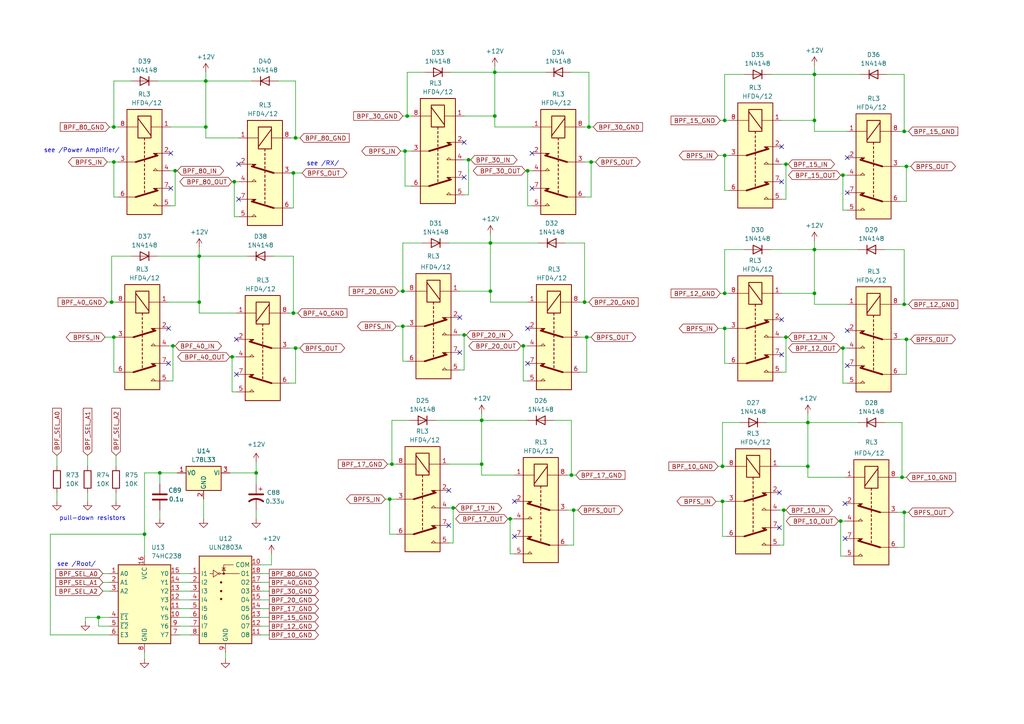
<source format=kicad_sch>
(kicad_sch (version 20230121) (generator eeschema)
  (paper "A4")
  (lib_symbols
    (symbol "74xx:74HC238"
      (property "Reference" "U" (at -7.62 13.97 0))
      (property "Value" "74HC238" (at 2.54 -11.43 0))
      (symbol "74HC238_1_1"
        (pin input line (at -10.16 10.16 0) (length 2.54) (name "A0") (number "1"))
        (pin output line (at 10.16 -2.54 180) (length 2.54) (name "Y5") (number "10"))
        (pin output line (at 10.16 0 180) (length 2.54) (name "Y4") (number "11"))
        (pin output line (at 10.16 2.54 180) (length 2.54) (name "Y3") (number "12"))
        (pin output line (at 10.16 5.08 180) (length 2.54) (name "Y2") (number "13"))
        (pin output line (at 10.16 7.62 180) (length 2.54) (name "Y1") (number "14"))
        (pin output line (at 10.16 10.16 180) (length 2.54) (name "Y0") (number "15"))
        (pin power_in line (at 0 15.24 270) (length 2.54) (name "VCC") (number "16"))
        (pin input line (at -10.16 7.62 0) (length 2.54) (name "A1") (number "2"))
        (pin input line (at -10.16 5.08 0) (length 2.54) (name "A2") (number "3"))
        (pin input line (at -10.16 -2.54 0) (length 2.54) (name "~{E1}") (number "4"))
        (pin input line (at -10.16 -5.08 0) (length 2.54) (name "~{E2}") (number "5"))
        (pin input line (at -10.16 -7.62 0) (length 2.54) (name "E3") (number "6"))
        (pin output line (at 10.16 -7.62 180) (length 2.54) (name "Y7") (number "7"))
        (pin power_in line (at 0 -12.7 90) (length 2.54) (name "GND") (number "8"))
        (pin output line (at 10.16 -5.08 180) (length 2.54) (name "Y6") (number "9"))
      )
    )
    (symbol "Device:C" (pin_numbers hide) (pin_names (offset 0.254))
      (property "Reference" "C" (at 0.635 2.54 0))
      (property "Value" "C" (at 0.635 -2.54 0))
      (symbol "C_1_1"
        (pin passive line (at 0 3.81 270) (length 2.794) (name "~") (number "1"))
        (pin passive line (at 0 -3.81 90) (length 2.794) (name "~") (number "2"))
      )
    )
    (symbol "Device:C_Polarized_US" (pin_numbers hide) (pin_names (offset 0.254) hide)
      (property "Reference" "C" (at 0.635 2.54 0))
      (property "Value" "C_Polarized_US" (at 0.635 -2.54 0))
      (symbol "C_Polarized_US_1_1"
        (pin passive line (at 0 3.81 270) (length 2.794) (name "~") (number "1"))
        (pin passive line (at 0 -3.81 90) (length 3.302) (name "~") (number "2"))
      )
    )
    (symbol "Device:R" (pin_numbers hide) (pin_names (offset 0))
      (property "Reference" "R" (at 2.032 0 90))
      (property "Value" "R" (at 0 0 90))
      (symbol "R_1_1"
        (pin passive line (at 0 3.81 270) (length 1.27) (name "~") (number "1"))
        (pin passive line (at 0 -3.81 90) (length 1.27) (name "~") (number "2"))
      )
    )
    (symbol "Diode:1N4148" (pin_numbers hide) (pin_names hide)
      (property "Reference" "D" (at 0 2.54 0))
      (property "Value" "1N4148" (at 0 -2.54 0))
      (symbol "1N4148_1_1"
        (pin passive line (at -3.81 0 0) (length 2.54) (name "K") (number "1"))
        (pin passive line (at 3.81 0 180) (length 2.54) (name "A") (number "2"))
      )
    )
    (symbol "Regulator_Linear:L78L33_TO92" (pin_names (offset 0.254))
      (property "Reference" "U" (at -3.81 3.175 0))
      (property "Value" "L78L33_TO92" (at 0 3.175 0))
      (symbol "L78L33_TO92_1_1"
        (pin power_out line (at 7.62 0 180) (length 2.54) (name "VO") (number "1"))
        (pin power_in line (at 0 -7.62 90) (length 2.54) (name "GND") (number "2"))
        (pin power_in line (at -7.62 0 0) (length 2.54) (name "VI") (number "3"))
      )
    )
    (symbol "Relay:G2RL-2-ASI-DC5"
      (property "Reference" "RL" (at 16.51 3.81 0))
      (property "Value" "G2RL-2-ASI-DC5" (at 16.51 1.27 0))
      (symbol "G2RL-2-ASI-DC5_1_1"
        (pin passive line (at -10.16 7.62 270) (length 2.54) (name "~") (number "1"))
        (pin passive line (at -2.54 7.62 270) (length 2.54) (name "~") (number "2"))
        (pin passive line (at 0 -7.62 90) (length 2.54) (name "~") (number "3"))
        (pin passive line (at 2.54 7.62 270) (length 2.54) (name "~") (number "4"))
        (pin passive line (at 12.7 7.62 270) (length 2.54) (name "~") (number "5"))
        (pin passive line (at 10.16 -7.62 90) (length 2.54) (name "~") (number "6"))
        (pin passive line (at 7.62 7.62 270) (length 2.54) (name "~") (number "7"))
        (pin passive line (at -10.16 -7.62 90) (length 2.54) (name "~") (number "8"))
      )
    )
    (symbol "Transistor_Array:ULN2803A"
      (property "Reference" "U" (at 0 13.335 0))
      (property "Value" "ULN2803A" (at 0 11.43 0))
      (symbol "ULN2803A_1_1"
        (pin input line (at -10.16 5.08 0) (length 2.54) (name "I1") (number "1"))
        (pin passive line (at 10.16 7.62 180) (length 2.54) (name "COM") (number "10"))
        (pin open_collector line (at 10.16 -12.7 180) (length 2.54) (name "O8") (number "11"))
        (pin open_collector line (at 10.16 -10.16 180) (length 2.54) (name "O7") (number "12"))
        (pin open_collector line (at 10.16 -7.62 180) (length 2.54) (name "O6") (number "13"))
        (pin open_collector line (at 10.16 -5.08 180) (length 2.54) (name "O5") (number "14"))
        (pin open_collector line (at 10.16 -2.54 180) (length 2.54) (name "O4") (number "15"))
        (pin open_collector line (at 10.16 0 180) (length 2.54) (name "O3") (number "16"))
        (pin open_collector line (at 10.16 2.54 180) (length 2.54) (name "O2") (number "17"))
        (pin open_collector line (at 10.16 5.08 180) (length 2.54) (name "O1") (number "18"))
        (pin input line (at -10.16 2.54 0) (length 2.54) (name "I2") (number "2"))
        (pin input line (at -10.16 0 0) (length 2.54) (name "I3") (number "3"))
        (pin input line (at -10.16 -2.54 0) (length 2.54) (name "I4") (number "4"))
        (pin input line (at -10.16 -5.08 0) (length 2.54) (name "I5") (number "5"))
        (pin input line (at -10.16 -7.62 0) (length 2.54) (name "I6") (number "6"))
        (pin input line (at -10.16 -10.16 0) (length 2.54) (name "I7") (number "7"))
        (pin input line (at -10.16 -12.7 0) (length 2.54) (name "I8") (number "8"))
        (pin power_in line (at 0 -17.78 90) (length 2.54) (name "GND") (number "9"))
      )
    )
    (symbol "power:+12V" (power) (pin_names (offset 0))
      (property "Value" "+12V" (at 0 3.556 0))
      (symbol "+12V_1_1"
        (pin power_in line (at 0 0 90) (length 0) hide (name "+12V") (number "1"))
      )
    )
    (symbol "power:GND" (power) (pin_names (offset 0))
      (property "Value" "GND" (at 0 -3.81 0))
      (symbol "GND_1_1"
        (pin power_in line (at 0 0 270) (length 0) hide (name "GND") (number "1"))
      )
    )
  )
  (junction (at 142.24 84.455))
  (junction (at 131.445 147.32))
  (junction (at 147.955 150.495))
  (junction (at 170.815 36.83))
  (junction (at 262.255 88.265))
  (junction (at 113.665 134.62))
  (junction (at 236.22 72.39))
  (junction (at 227.965 97.79))
  (junction (at 139.7 134.62))
  (junction (at 135.89 46.355))
  (junction (at 50.165 100.33))
  (junction (at 151.765 100.33))
  (junction (at 85.725 100.965))
  (junction (at 134.62 97.155))
  (junction (at 143.51 20.955))
  (junction (at 153.035 49.53))
  (junction (at 262.255 148.59))
  (junction (at 117.475 43.815))
  (junction (at 116.84 84.455))
  (junction (at 57.785 74.295))
  (junction (at 142.24 70.485))
  (junction (at 262.89 98.425))
  (junction (at 33.02 97.79))
  (junction (at 170.18 97.79))
  (junction (at 234.315 135.255))
  (junction (at 67.945 52.705))
  (junction (at 46.355 137.16))
  (junction (at 116.84 94.615))
  (junction (at 85.09 50.165))
  (junction (at 166.37 147.955))
  (junction (at 41.91 154.94))
  (junction (at 234.315 122.555))
  (junction (at 59.69 23.495))
  (junction (at 262.89 48.26))
  (junction (at 118.11 33.655))
  (junction (at 165.735 137.795))
  (junction (at 261.62 138.43))
  (junction (at 262.255 38.1))
  (junction (at 227.33 147.955))
  (junction (at 32.385 87.63))
  (junction (at 236.22 85.09))
  (junction (at 85.09 90.805))
  (junction (at 33.02 46.99))
  (junction (at 209.55 145.415))
  (junction (at 67.31 103.505))
  (junction (at 33.02 36.83))
  (junction (at 28.575 179.07))
  (junction (at 50.8 49.53))
  (junction (at 171.45 46.99))
  (junction (at 169.545 87.63))
  (junction (at 210.185 45.085))
  (junction (at 143.51 33.655))
  (junction (at 243.84 151.13))
  (junction (at 209.55 135.255))
  (junction (at 113.03 144.78))
  (junction (at 227.965 47.625))
  (junction (at 57.785 87.63))
  (junction (at 210.185 95.25))
  (junction (at 74.295 137.16))
  (junction (at 236.22 34.925))
  (junction (at 139.7 121.92))
  (junction (at 236.22 21.59))
  (junction (at 59.69 36.83))
  (junction (at 210.185 34.925))
  (junction (at 244.475 50.8))
  (junction (at 85.725 40.005))
  (junction (at 210.185 85.09))
  (junction (at 244.475 100.965))
  (no_connect (at 133.35 102.235))
  (no_connect (at 68.58 108.585))
  (no_connect (at 134.62 51.435))
  (no_connect (at 226.695 102.87))
  (no_connect (at 154.305 44.45))
  (no_connect (at 245.745 55.88))
  (no_connect (at 69.215 57.785))
  (no_connect (at 134.62 41.275))
  (no_connect (at 49.53 44.45))
  (no_connect (at 245.745 106.045))
  (no_connect (at 226.06 153.035))
  (no_connect (at 226.06 142.875))
  (no_connect (at 153.035 105.41))
  (no_connect (at 130.175 152.4))
  (no_connect (at 153.035 95.25))
  (no_connect (at 154.305 54.61))
  (no_connect (at 69.215 47.625))
  (no_connect (at 226.695 92.71))
  (no_connect (at 149.225 155.575))
  (no_connect (at 245.11 156.21))
  (no_connect (at 130.175 142.24))
  (no_connect (at 226.695 52.705))
  (no_connect (at 133.35 92.075))
  (no_connect (at 149.225 145.415))
  (no_connect (at 48.895 95.25))
  (no_connect (at 245.745 45.72))
  (no_connect (at 68.58 98.425))
  (no_connect (at 245.745 95.885))
  (no_connect (at 245.11 146.05))
  (no_connect (at 49.53 54.61))
  (no_connect (at 48.895 105.41))
  (no_connect (at 226.695 42.545))
  (wire (pts (xy 234.315 138.43) (xy 245.11 138.43)))
  (wire (pts (xy 143.51 33.655) (xy 143.51 36.83)))
  (wire (pts (xy 263.525 148.59) (xy 262.255 148.59)))
  (wire (pts (xy 51.435 137.16) (xy 46.355 137.16)))
  (wire (pts (xy 139.7 121.92) (xy 153.035 121.92)))
  (wire (pts (xy 169.545 87.63) (xy 168.275 87.63)))
  (wire (pts (xy 134.62 56.515) (xy 135.89 56.515)))
  (wire (pts (xy 75.565 163.83) (xy 78.74 163.83)))
  (wire (pts (xy 227.965 47.625) (xy 228.6 47.625)))
  (wire (pts (xy 209.55 155.575) (xy 209.55 145.415)))
  (wire (pts (xy 261.62 138.43) (xy 260.35 138.43)))
  (wire (pts (xy 207.645 145.415) (xy 209.55 145.415)))
  (wire (pts (xy 264.16 48.26) (xy 262.89 48.26)))
  (wire (pts (xy 164.465 158.115) (xy 166.37 158.115)))
  (wire (pts (xy 48.895 100.33) (xy 50.165 100.33)))
  (wire (pts (xy 41.91 154.94) (xy 41.91 161.29)))
  (wire (pts (xy 227.33 158.115) (xy 227.33 147.955)))
  (wire (pts (xy 57.785 74.295) (xy 57.785 87.63)))
  (wire (pts (xy 75.565 168.91) (xy 78.105 168.91)))
  (wire (pts (xy 46.355 147.955) (xy 46.355 150.495)))
  (wire (pts (xy 25.4 142.875) (xy 25.4 145.415)))
  (wire (pts (xy 227.965 97.79) (xy 228.6 97.79)))
  (wire (pts (xy 118.11 20.955) (xy 118.11 33.655)))
  (wire (pts (xy 262.89 108.585) (xy 262.89 98.425)))
  (wire (pts (xy 116.84 70.485) (xy 116.84 84.455)))
  (wire (pts (xy 243.84 151.13) (xy 243.205 151.13)))
  (wire (pts (xy 226.695 107.95) (xy 227.965 107.95)))
  (wire (pts (xy 86.995 40.005) (xy 85.725 40.005)))
  (wire (pts (xy 33.02 97.79) (xy 33.655 97.79)))
  (wire (pts (xy 245.745 111.125) (xy 244.475 111.125)))
  (wire (pts (xy 33.02 107.95) (xy 33.02 97.79)))
  (wire (pts (xy 210.185 45.085) (xy 211.455 45.085)))
  (wire (pts (xy 57.785 90.805) (xy 68.58 90.805)))
  (wire (pts (xy 226.06 135.255) (xy 234.315 135.255)))
  (wire (pts (xy 31.75 184.15) (xy 14.605 184.15)))
  (wire (pts (xy 33.02 36.83) (xy 34.29 36.83)))
  (wire (pts (xy 85.725 23.495) (xy 85.725 40.005)))
  (wire (pts (xy 215.9 21.59) (xy 210.185 21.59)))
  (wire (pts (xy 33.02 46.99) (xy 34.29 46.99)))
  (wire (pts (xy 116.84 104.775) (xy 116.84 94.615)))
  (wire (pts (xy 48.895 87.63) (xy 57.785 87.63)))
  (wire (pts (xy 245.11 161.29) (xy 243.84 161.29)))
  (wire (pts (xy 264.16 98.425) (xy 262.89 98.425)))
  (wire (pts (xy 75.565 171.45) (xy 78.105 171.45)))
  (wire (pts (xy 135.89 46.355) (xy 136.525 46.355)))
  (wire (pts (xy 87.63 50.165) (xy 85.09 50.165)))
  (wire (pts (xy 210.185 95.25) (xy 210.185 105.41)))
  (wire (pts (xy 147.955 150.495) (xy 147.32 150.495)))
  (wire (pts (xy 49.53 59.69) (xy 50.8 59.69)))
  (wire (pts (xy 113.665 134.62) (xy 114.935 134.62)))
  (wire (pts (xy 83.82 111.125) (xy 85.725 111.125)))
  (wire (pts (xy 262.89 138.43) (xy 261.62 138.43)))
  (wire (pts (xy 69.215 62.865) (xy 67.945 62.865)))
  (wire (pts (xy 114.935 154.94) (xy 113.03 154.94)))
  (wire (pts (xy 85.09 50.165) (xy 84.455 50.165)))
  (wire (pts (xy 208.28 45.085) (xy 210.185 45.085)))
  (wire (pts (xy 41.91 137.16) (xy 41.91 154.94)))
  (wire (pts (xy 50.8 49.53) (xy 51.435 49.53)))
  (wire (pts (xy 52.07 173.99) (xy 55.245 173.99)))
  (wire (pts (xy 29.845 171.45) (xy 31.75 171.45)))
  (wire (pts (xy 153.035 100.33) (xy 151.765 100.33)))
  (wire (pts (xy 75.565 181.61) (xy 78.105 181.61)))
  (wire (pts (xy 50.8 59.69) (xy 50.8 49.53)))
  (wire (pts (xy 245.745 50.8) (xy 244.475 50.8)))
  (wire (pts (xy 210.82 155.575) (xy 209.55 155.575)))
  (wire (pts (xy 166.37 158.115) (xy 166.37 147.955)))
  (wire (pts (xy 139.7 137.795) (xy 149.225 137.795)))
  (wire (pts (xy 170.815 87.63) (xy 169.545 87.63)))
  (wire (pts (xy 226.695 47.625) (xy 227.965 47.625)))
  (wire (pts (xy 170.18 97.79) (xy 170.18 107.95)))
  (wire (pts (xy 262.255 158.75) (xy 262.255 148.59)))
  (wire (pts (xy 208.28 95.25) (xy 210.185 95.25)))
  (wire (pts (xy 262.255 88.265) (xy 260.985 88.265)))
  (wire (pts (xy 257.175 21.59) (xy 262.255 21.59)))
  (wire (pts (xy 171.45 97.79) (xy 170.18 97.79)))
  (wire (pts (xy 67.945 62.865) (xy 67.945 52.705)))
  (wire (pts (xy 163.83 70.485) (xy 169.545 70.485)))
  (wire (pts (xy 112.395 134.62) (xy 113.665 134.62)))
  (wire (pts (xy 133.35 107.315) (xy 134.62 107.315)))
  (wire (pts (xy 223.52 72.39) (xy 236.22 72.39)))
  (wire (pts (xy 234.315 138.43) (xy 234.315 135.255)))
  (wire (pts (xy 151.765 100.33) (xy 151.13 100.33)))
  (wire (pts (xy 33.655 142.875) (xy 33.655 145.415)))
  (wire (pts (xy 113.665 121.92) (xy 113.665 134.62)))
  (wire (pts (xy 142.24 67.945) (xy 142.24 70.485)))
  (wire (pts (xy 171.45 46.99) (xy 171.45 57.15)))
  (wire (pts (xy 113.03 144.78) (xy 114.935 144.78)))
  (wire (pts (xy 261.62 122.555) (xy 261.62 138.43)))
  (wire (pts (xy 211.455 55.245) (xy 210.185 55.245)))
  (wire (pts (xy 262.89 98.425) (xy 260.985 98.425)))
  (wire (pts (xy 122.555 70.485) (xy 116.84 70.485)))
  (wire (pts (xy 226.06 147.955) (xy 227.33 147.955)))
  (wire (pts (xy 134.62 97.155) (xy 135.255 97.155)))
  (wire (pts (xy 74.295 147.955) (xy 74.295 150.495)))
  (wire (pts (xy 59.69 23.495) (xy 59.69 36.83)))
  (wire (pts (xy 226.695 57.785) (xy 227.965 57.785)))
  (wire (pts (xy 131.445 147.32) (xy 132.08 147.32)))
  (wire (pts (xy 227.965 57.785) (xy 227.965 47.625)))
  (wire (pts (xy 79.375 74.295) (xy 85.09 74.295)))
  (wire (pts (xy 30.48 97.79) (xy 33.02 97.79)))
  (wire (pts (xy 133.35 84.455) (xy 142.24 84.455)))
  (wire (pts (xy 45.72 74.295) (xy 57.785 74.295)))
  (wire (pts (xy 52.07 179.07) (xy 55.245 179.07)))
  (wire (pts (xy 260.985 58.42) (xy 262.89 58.42)))
  (wire (pts (xy 118.745 121.92) (xy 113.665 121.92)))
  (wire (pts (xy 214.63 122.555) (xy 209.55 122.555)))
  (wire (pts (xy 209.55 122.555) (xy 209.55 135.255)))
  (wire (pts (xy 208.915 34.925) (xy 210.185 34.925)))
  (wire (pts (xy 249.555 21.59) (xy 236.22 21.59)))
  (wire (pts (xy 49.53 49.53) (xy 50.8 49.53)))
  (wire (pts (xy 85.09 50.165) (xy 85.09 60.325)))
  (wire (pts (xy 210.185 95.25) (xy 211.455 95.25)))
  (wire (pts (xy 50.165 110.49) (xy 50.165 100.33)))
  (wire (pts (xy 52.07 171.45) (xy 55.245 171.45)))
  (wire (pts (xy 244.475 60.96) (xy 244.475 50.8)))
  (wire (pts (xy 45.72 23.495) (xy 59.69 23.495)))
  (wire (pts (xy 116.205 43.815) (xy 117.475 43.815)))
  (wire (pts (xy 209.55 135.255) (xy 210.82 135.255)))
  (wire (pts (xy 222.25 122.555) (xy 234.315 122.555)))
  (wire (pts (xy 142.24 70.485) (xy 156.21 70.485)))
  (wire (pts (xy 38.1 74.295) (xy 32.385 74.295)))
  (wire (pts (xy 65.405 189.23) (xy 65.405 191.135)))
  (wire (pts (xy 170.815 20.955) (xy 170.815 36.83)))
  (wire (pts (xy 130.175 70.485) (xy 142.24 70.485)))
  (wire (pts (xy 80.645 23.495) (xy 85.725 23.495)))
  (wire (pts (xy 130.175 134.62) (xy 139.7 134.62)))
  (wire (pts (xy 75.565 173.99) (xy 78.105 173.99)))
  (wire (pts (xy 111.76 144.78) (xy 113.03 144.78)))
  (wire (pts (xy 245.745 60.96) (xy 244.475 60.96)))
  (wire (pts (xy 154.305 59.69) (xy 153.035 59.69)))
  (wire (pts (xy 210.185 34.925) (xy 211.455 34.925)))
  (wire (pts (xy 49.53 36.83) (xy 59.69 36.83)))
  (wire (pts (xy 117.475 53.975) (xy 117.475 43.815)))
  (wire (pts (xy 170.18 97.79) (xy 168.275 97.79)))
  (wire (pts (xy 236.22 38.1) (xy 245.745 38.1)))
  (wire (pts (xy 74.295 137.16) (xy 66.675 137.16)))
  (wire (pts (xy 154.305 36.83) (xy 143.51 36.83)))
  (wire (pts (xy 142.24 70.485) (xy 142.24 84.455)))
  (wire (pts (xy 208.28 135.255) (xy 209.55 135.255)))
  (wire (pts (xy 130.175 157.48) (xy 131.445 157.48)))
  (wire (pts (xy 143.51 20.955) (xy 158.115 20.955)))
  (wire (pts (xy 142.24 87.63) (xy 153.035 87.63)))
  (wire (pts (xy 52.07 166.37) (xy 55.245 166.37)))
  (wire (pts (xy 33.02 46.99) (xy 33.02 57.15)))
  (wire (pts (xy 142.24 87.63) (xy 142.24 84.455)))
  (wire (pts (xy 24.765 180.34) (xy 24.765 179.07)))
  (wire (pts (xy 14.605 184.15) (xy 14.605 154.94)))
  (wire (pts (xy 16.51 132.08) (xy 16.51 135.255)))
  (wire (pts (xy 52.07 176.53) (xy 55.245 176.53)))
  (wire (pts (xy 223.52 21.59) (xy 236.22 21.59)))
  (wire (pts (xy 244.475 100.965) (xy 243.84 100.965)))
  (wire (pts (xy 86.995 100.965) (xy 85.725 100.965)))
  (wire (pts (xy 153.035 49.53) (xy 152.4 49.53)))
  (wire (pts (xy 130.81 20.955) (xy 143.51 20.955)))
  (wire (pts (xy 28.575 181.61) (xy 28.575 179.07)))
  (wire (pts (xy 226.695 34.925) (xy 236.22 34.925)))
  (wire (pts (xy 210.185 55.245) (xy 210.185 45.085)))
  (wire (pts (xy 134.62 107.315) (xy 134.62 97.155)))
  (wire (pts (xy 57.785 74.295) (xy 71.755 74.295)))
  (wire (pts (xy 34.29 57.15) (xy 33.02 57.15)))
  (wire (pts (xy 143.51 20.955) (xy 143.51 33.655)))
  (wire (pts (xy 78.74 163.83) (xy 78.74 160.655)))
  (wire (pts (xy 244.475 50.8) (xy 243.84 50.8)))
  (wire (pts (xy 33.655 132.08) (xy 33.655 135.255)))
  (wire (pts (xy 234.315 122.555) (xy 248.92 122.555)))
  (wire (pts (xy 85.09 90.805) (xy 83.82 90.805)))
  (wire (pts (xy 262.255 148.59) (xy 260.35 148.59)))
  (wire (pts (xy 151.765 110.49) (xy 151.765 100.33)))
  (wire (pts (xy 211.455 105.41) (xy 210.185 105.41)))
  (wire (pts (xy 59.69 36.83) (xy 59.69 40.005)))
  (wire (pts (xy 85.725 100.965) (xy 83.82 100.965)))
  (wire (pts (xy 236.22 72.39) (xy 248.92 72.39)))
  (wire (pts (xy 226.695 85.09) (xy 236.22 85.09)))
  (wire (pts (xy 32.385 74.295) (xy 32.385 87.63)))
  (wire (pts (xy 236.22 88.265) (xy 245.745 88.265)))
  (wire (pts (xy 236.22 72.39) (xy 236.22 85.09)))
  (wire (pts (xy 139.7 137.795) (xy 139.7 134.62)))
  (wire (pts (xy 172.085 36.83) (xy 170.815 36.83)))
  (wire (pts (xy 114.935 94.615) (xy 116.84 94.615)))
  (wire (pts (xy 31.115 46.99) (xy 33.02 46.99)))
  (wire (pts (xy 68.58 113.665) (xy 67.31 113.665)))
  (wire (pts (xy 171.45 46.99) (xy 169.545 46.99)))
  (wire (pts (xy 143.51 19.304) (xy 143.51 20.955)))
  (wire (pts (xy 169.545 57.15) (xy 171.45 57.15)))
  (wire (pts (xy 86.36 90.805) (xy 85.09 90.805)))
  (wire (pts (xy 134.62 46.355) (xy 135.89 46.355)))
  (wire (pts (xy 52.07 181.61) (xy 55.245 181.61)))
  (wire (pts (xy 210.185 21.59) (xy 210.185 34.925)))
  (wire (pts (xy 236.22 21.59) (xy 236.22 34.925)))
  (wire (pts (xy 209.55 145.415) (xy 210.82 145.415)))
  (wire (pts (xy 75.565 176.53) (xy 78.105 176.53)))
  (wire (pts (xy 166.37 147.955) (xy 164.465 147.955)))
  (wire (pts (xy 16.51 142.875) (xy 16.51 145.415)))
  (wire (pts (xy 118.11 33.655) (xy 119.38 33.655)))
  (wire (pts (xy 167.005 137.795) (xy 165.735 137.795)))
  (wire (pts (xy 33.02 23.495) (xy 33.02 36.83)))
  (wire (pts (xy 256.54 122.555) (xy 261.62 122.555)))
  (wire (pts (xy 24.765 179.07) (xy 28.575 179.07)))
  (wire (pts (xy 59.69 23.495) (xy 73.025 23.495)))
  (wire (pts (xy 38.1 23.495) (xy 33.02 23.495)))
  (wire (pts (xy 67.31 113.665) (xy 67.31 103.505)))
  (wire (pts (xy 172.72 46.99) (xy 171.45 46.99)))
  (wire (pts (xy 57.785 71.755) (xy 57.785 74.295)))
  (wire (pts (xy 236.22 69.85) (xy 236.22 72.39)))
  (wire (pts (xy 165.735 20.955) (xy 170.815 20.955)))
  (wire (pts (xy 85.725 40.005) (xy 84.455 40.005)))
  (wire (pts (xy 29.845 168.91) (xy 31.75 168.91)))
  (wire (pts (xy 29.845 166.37) (xy 31.75 166.37)))
  (wire (pts (xy 31.75 181.61) (xy 28.575 181.61)))
  (wire (pts (xy 169.545 70.485) (xy 169.545 87.63)))
  (wire (pts (xy 243.84 161.29) (xy 243.84 151.13)))
  (wire (pts (xy 115.57 84.455) (xy 116.84 84.455)))
  (wire (pts (xy 85.725 111.125) (xy 85.725 100.965)))
  (wire (pts (xy 126.365 121.92) (xy 139.7 121.92)))
  (wire (pts (xy 123.19 20.955) (xy 118.11 20.955)))
  (wire (pts (xy 117.475 43.815) (xy 119.38 43.815)))
  (wire (pts (xy 67.31 52.705) (xy 67.945 52.705)))
  (wire (pts (xy 170.815 36.83) (xy 169.545 36.83)))
  (wire (pts (xy 84.455 60.325) (xy 85.09 60.325)))
  (wire (pts (xy 263.525 88.265) (xy 262.255 88.265)))
  (wire (pts (xy 118.11 104.775) (xy 116.84 104.775)))
  (wire (pts (xy 41.91 137.16) (xy 46.355 137.16)))
  (wire (pts (xy 33.655 107.95) (xy 33.02 107.95)))
  (wire (pts (xy 74.295 133.985) (xy 74.295 137.16)))
  (wire (pts (xy 139.7 120.015) (xy 139.7 121.92)))
  (wire (pts (xy 244.475 111.125) (xy 244.475 100.965)))
  (wire (pts (xy 226.06 158.115) (xy 227.33 158.115)))
  (wire (pts (xy 160.655 121.92) (xy 165.735 121.92)))
  (wire (pts (xy 28.575 179.07) (xy 31.75 179.07)))
  (wire (pts (xy 227.965 107.95) (xy 227.965 97.79)))
  (wire (pts (xy 227.33 147.955) (xy 227.965 147.955)))
  (wire (pts (xy 208.915 85.09) (xy 210.185 85.09)))
  (wire (pts (xy 165.735 137.795) (xy 164.465 137.795)))
  (wire (pts (xy 236.22 19.05) (xy 236.22 21.59)))
  (wire (pts (xy 134.62 33.655) (xy 143.51 33.655)))
  (wire (pts (xy 75.565 184.15) (xy 78.105 184.15)))
  (wire (pts (xy 32.385 87.63) (xy 33.655 87.63)))
  (wire (pts (xy 168.275 107.95) (xy 170.18 107.95)))
  (wire (pts (xy 48.895 110.49) (xy 50.165 110.49)))
  (wire (pts (xy 262.255 21.59) (xy 262.255 38.1)))
  (wire (pts (xy 260.35 158.75) (xy 262.255 158.75)))
  (wire (pts (xy 263.525 38.1) (xy 262.255 38.1)))
  (wire (pts (xy 133.35 97.155) (xy 134.62 97.155)))
  (wire (pts (xy 262.255 38.1) (xy 260.985 38.1)))
  (wire (pts (xy 262.255 72.39) (xy 256.54 72.39)))
  (wire (pts (xy 31.115 87.63) (xy 32.385 87.63)))
  (wire (pts (xy 46.355 137.16) (xy 46.355 140.335)))
  (wire (pts (xy 52.07 168.91) (xy 55.245 168.91)))
  (wire (pts (xy 59.055 144.78) (xy 59.055 150.495)))
  (wire (pts (xy 153.035 110.49) (xy 151.765 110.49)))
  (wire (pts (xy 167.64 147.955) (xy 166.37 147.955)))
  (wire (pts (xy 68.58 103.505) (xy 67.31 103.505)))
  (wire (pts (xy 210.185 85.09) (xy 211.455 85.09)))
  (wire (pts (xy 41.91 189.23) (xy 41.91 191.135)))
  (wire (pts (xy 67.945 52.705) (xy 69.215 52.705)))
  (wire (pts (xy 262.255 88.265) (xy 262.255 72.39)))
  (wire (pts (xy 153.035 59.69) (xy 153.035 49.53)))
  (wire (pts (xy 135.89 56.515) (xy 135.89 46.355)))
  (wire (pts (xy 31.75 36.83) (xy 33.02 36.83)))
  (wire (pts (xy 262.89 58.42) (xy 262.89 48.26)))
  (wire (pts (xy 131.445 157.48) (xy 131.445 147.32)))
  (wire (pts (xy 52.07 184.15) (xy 55.245 184.15)))
  (wire (pts (xy 234.315 120.015) (xy 234.315 122.555)))
  (wire (pts (xy 262.89 48.26) (xy 260.985 48.26)))
  (wire (pts (xy 75.565 179.07) (xy 78.105 179.07)))
  (wire (pts (xy 245.745 100.965) (xy 244.475 100.965)))
  (wire (pts (xy 130.175 147.32) (xy 131.445 147.32)))
  (wire (pts (xy 236.22 38.1) (xy 236.22 34.925)))
  (wire (pts (xy 113.03 144.78) (xy 113.03 154.94)))
  (wire (pts (xy 59.69 40.005) (xy 69.215 40.005)))
  (wire (pts (xy 210.185 85.09) (xy 210.185 72.39)))
  (wire (pts (xy 149.225 150.495) (xy 147.955 150.495)))
  (wire (pts (xy 234.315 122.555) (xy 234.315 135.255)))
  (wire (pts (xy 67.31 103.505) (xy 66.675 103.505)))
  (wire (pts (xy 14.605 154.94) (xy 41.91 154.94)))
  (wire (pts (xy 74.295 137.16) (xy 74.295 140.335)))
  (wire (pts (xy 165.735 121.92) (xy 165.735 137.795)))
  (wire (pts (xy 57.785 87.63) (xy 57.785 90.805)))
  (wire (pts (xy 59.69 20.955) (xy 59.69 23.495)))
  (wire (pts (xy 25.4 132.08) (xy 25.4 135.255)))
  (wire (pts (xy 50.165 100.33) (xy 50.8 100.33)))
  (wire (pts (xy 116.84 84.455) (xy 118.11 84.455)))
  (wire (pts (xy 116.84 33.655) (xy 118.11 33.655)))
  (wire (pts (xy 154.305 49.53) (xy 153.035 49.53)))
  (wire (pts (xy 139.7 121.92) (xy 139.7 134.62)))
  (wire (pts (xy 75.565 166.37) (xy 78.105 166.37)))
  (wire (pts (xy 245.11 151.13) (xy 243.84 151.13)))
  (wire (pts (xy 226.695 97.79) (xy 227.965 97.79)))
  (wire (pts (xy 116.84 94.615) (xy 118.11 94.615)))
  (wire (pts (xy 236.22 88.265) (xy 236.22 85.09)))
  (wire (pts (xy 85.09 74.295) (xy 85.09 90.805)))
  (wire (pts (xy 210.185 72.39) (xy 215.9 72.39)))
  (wire (pts (xy 260.985 108.585) (xy 262.89 108.585)))
  (wire (pts (xy 149.225 160.655) (xy 147.955 160.655)))
  (wire (pts (xy 147.955 160.655) (xy 147.955 150.495)))
  (wire (pts (xy 119.38 53.975) (xy 117.475 53.975)))
  (text "pull-down resistors" (at 17.145 151.13 0) (effects (font (size 1.27 1.27)) (justify left bottom)))
  (text "see /Power Amplifier/" (at 12.7 44.45 0) (effects (font (size 1.27 1.27)) (justify left bottom)))
  (text "see /Root/" (at 16.51 164.465 0) (effects (font (size 1.27 1.27)) (justify left bottom)))
  (text "see /RX/" (at 88.9 48.26 0) (effects (font (size 1.27 1.27)) (justify left bottom)))
  (global_label "BPF_12_OUT" (shape bidirectional) (at 243.84 100.965 180) (property "Intersheetrefs" "${INTERSHEET_REFS}" (effects hide)))
  (global_label "BPF_15_OUT" (shape bidirectional) (at 243.84 50.8 180) (property "Intersheetrefs" "${INTERSHEET_REFS}" (effects hide)))
  (global_label "BPFS_IN" (shape bidirectional) (at 30.48 97.79 180) (property "Intersheetrefs" "${INTERSHEET_REFS}" (effects hide)))
  (global_label "BPFS_IN" (shape bidirectional) (at 207.645 145.415 180) (property "Intersheetrefs" "${INTERSHEET_REFS}" (effects hide)))
  (global_label "BPF_20_GND" (shape input) (at 170.815 87.63 0) (property "Intersheetrefs" "${INTERSHEET_REFS}" (effects hide)))
  (global_label "BPF_20_GND" (shape output) (at 78.105 173.99 0) (property "Intersheetrefs" "${INTERSHEET_REFS}" (effects hide)))
  (global_label "BPFS_OUT" (shape bidirectional) (at 263.525 148.59 0) (property "Intersheetrefs" "${INTERSHEET_REFS}" (effects hide)))
  (global_label "BPF_30_GND" (shape input) (at 116.84 33.655 180) (property "Intersheetrefs" "${INTERSHEET_REFS}" (effects hide)))
  (global_label "BPF_10_GND" (shape input) (at 262.89 138.43 0) (property "Intersheetrefs" "${INTERSHEET_REFS}" (effects hide)))
  (global_label "BPF_10_GND" (shape input) (at 208.28 135.255 180) (property "Intersheetrefs" "${INTERSHEET_REFS}" (effects hide)))
  (global_label "BPFS_OUT" (shape bidirectional) (at 264.16 48.26 0) (property "Intersheetrefs" "${INTERSHEET_REFS}" (effects hide)))
  (global_label "BPF_40_GND" (shape input) (at 86.36 90.805 0) (property "Intersheetrefs" "${INTERSHEET_REFS}" (effects hide)))
  (global_label "BPF_15_GND" (shape input) (at 208.915 34.925 180) (property "Intersheetrefs" "${INTERSHEET_REFS}" (effects hide)))
  (global_label "BPF_12_GND" (shape input) (at 208.915 85.09 180) (property "Intersheetrefs" "${INTERSHEET_REFS}" (effects hide)))
  (global_label "BPF_20_GND" (shape input) (at 115.57 84.455 180) (property "Intersheetrefs" "${INTERSHEET_REFS}" (effects hide)))
  (global_label "BPF_17_IN" (shape bidirectional) (at 132.08 147.32 0) (property "Intersheetrefs" "${INTERSHEET_REFS}" (effects hide)))
  (global_label "BPF_30_GND" (shape input) (at 172.085 36.83 0) (property "Intersheetrefs" "${INTERSHEET_REFS}" (effects hide)))
  (global_label "BPFS_OUT" (shape bidirectional) (at 264.16 98.425 0) (property "Intersheetrefs" "${INTERSHEET_REFS}" (effects hide)))
  (global_label "BPF_SEL_A1" (shape input) (at 25.4 132.08 90) (property "Intersheetrefs" "${INTERSHEET_REFS}" (effects hide)))
  (global_label "BPF_40_GND" (shape input) (at 31.115 87.63 180) (property "Intersheetrefs" "${INTERSHEET_REFS}" (effects hide)))
  (global_label "BPF_30_IN" (shape bidirectional) (at 136.525 46.355 0) (property "Intersheetrefs" "${INTERSHEET_REFS}" (effects hide)))
  (global_label "BPF_40_GND" (shape output) (at 78.105 168.91 0) (property "Intersheetrefs" "${INTERSHEET_REFS}" (effects hide)))
  (global_label "BPF_80_GND" (shape output) (at 78.105 166.37 0) (property "Intersheetrefs" "${INTERSHEET_REFS}" (effects hide)))
  (global_label "BPF_17_OUT" (shape bidirectional) (at 147.32 150.495 180) (property "Intersheetrefs" "${INTERSHEET_REFS}" (effects hide)))
  (global_label "BPFS_IN" (shape bidirectional) (at 31.115 46.99 180) (property "Intersheetrefs" "${INTERSHEET_REFS}" (effects hide)))
  (global_label "BPF_80_IN" (shape bidirectional) (at 51.435 49.53 0) (property "Intersheetrefs" "${INTERSHEET_REFS}" (effects hide)))
  (global_label "BPF_40_IN" (shape bidirectional) (at 50.8 100.33 0) (property "Intersheetrefs" "${INTERSHEET_REFS}" (effects hide)))
  (global_label "BPF_10_IN" (shape bidirectional) (at 227.965 147.955 0) (property "Intersheetrefs" "${INTERSHEET_REFS}" (effects hide)))
  (global_label "BPF_15_GND" (shape output) (at 78.105 179.07 0) (property "Intersheetrefs" "${INTERSHEET_REFS}" (effects hide)))
  (global_label "BPFS_IN" (shape bidirectional) (at 114.935 94.615 180) (property "Intersheetrefs" "${INTERSHEET_REFS}" (effects hide)))
  (global_label "BPF_80_OUT" (shape bidirectional) (at 67.31 52.705 180) (property "Intersheetrefs" "${INTERSHEET_REFS}" (effects hide)))
  (global_label "BPF_17_GND" (shape input) (at 112.395 134.62 180) (property "Intersheetrefs" "${INTERSHEET_REFS}" (effects hide)))
  (global_label "BPF_SEL_A0" (shape input) (at 16.51 132.08 90) (property "Intersheetrefs" "${INTERSHEET_REFS}" (effects hide)))
  (global_label "BPF_15_IN" (shape bidirectional) (at 228.6 47.625 0) (property "Intersheetrefs" "${INTERSHEET_REFS}" (effects hide)))
  (global_label "BPF_17_GND" (shape input) (at 167.005 137.795 0) (property "Intersheetrefs" "${INTERSHEET_REFS}" (effects hide)))
  (global_label "BPFS_IN" (shape bidirectional) (at 208.28 45.085 180) (property "Intersheetrefs" "${INTERSHEET_REFS}" (effects hide)))
  (global_label "BPFS_OUT" (shape bidirectional) (at 167.64 147.955 0) (property "Intersheetrefs" "${INTERSHEET_REFS}" (effects hide)))
  (global_label "BPF_SEL_A2" (shape input) (at 29.845 171.45 180) (property "Intersheetrefs" "${INTERSHEET_REFS}" (effects hide)))
  (global_label "BPF_40_OUT" (shape bidirectional) (at 66.675 103.505 180) (property "Intersheetrefs" "${INTERSHEET_REFS}" (effects hide)))
  (global_label "BPF_17_GND" (shape output) (at 78.105 176.53 0) (property "Intersheetrefs" "${INTERSHEET_REFS}" (effects hide)))
  (global_label "BPF_30_GND" (shape output) (at 78.105 171.45 0) (property "Intersheetrefs" "${INTERSHEET_REFS}" (effects hide)))
  (global_label "BPF_10_OUT" (shape bidirectional) (at 243.205 151.13 180) (property "Intersheetrefs" "${INTERSHEET_REFS}" (effects hide)))
  (global_label "BPF_20_OUT" (shape bidirectional) (at 151.13 100.33 180) (property "Intersheetrefs" "${INTERSHEET_REFS}" (effects hide)))
  (global_label "BPFS_OUT" (shape bidirectional) (at 171.45 97.79 0) (property "Intersheetrefs" "${INTERSHEET_REFS}" (effects hide)))
  (global_label "BPF_12_GND" (shape input) (at 263.525 88.265 0) (property "Intersheetrefs" "${INTERSHEET_REFS}" (effects hide)))
  (global_label "BPFS_OUT" (shape bidirectional) (at 172.72 46.99 0) (property "Intersheetrefs" "${INTERSHEET_REFS}" (effects hide)))
  (global_label "BPFS_OUT" (shape bidirectional) (at 86.995 100.965 0) (property "Intersheetrefs" "${INTERSHEET_REFS}" (effects hide)))
  (global_label "BPF_12_GND" (shape output) (at 78.105 181.61 0) (property "Intersheetrefs" "${INTERSHEET_REFS}" (effects hide)))
  (global_label "BPF_SEL_A0" (shape input) (at 29.845 166.37 180) (property "Intersheetrefs" "${INTERSHEET_REFS}" (effects hide)))
  (global_label "BPF_80_GND" (shape input) (at 86.995 40.005 0) (property "Intersheetrefs" "${INTERSHEET_REFS}" (effects hide)))
  (global_label "BPFS_IN" (shape bidirectional) (at 111.76 144.78 180) (property "Intersheetrefs" "${INTERSHEET_REFS}" (effects hide)))
  (global_label "BPF_SEL_A2" (shape input) (at 33.655 132.08 90) (property "Intersheetrefs" "${INTERSHEET_REFS}" (effects hide)))
  (global_label "BPF_15_GND" (shape input) (at 263.525 38.1 0) (property "Intersheetrefs" "${INTERSHEET_REFS}" (effects hide)))
  (global_label "BPF_SEL_A1" (shape input) (at 29.845 168.91 180) (property "Intersheetrefs" "${INTERSHEET_REFS}" (effects hide)))
  (global_label "BPFS_IN" (shape bidirectional) (at 208.28 95.25 180) (property "Intersheetrefs" "${INTERSHEET_REFS}" (effects hide)))
  (global_label "BPFS_OUT" (shape bidirectional) (at 87.63 50.165 0) (property "Intersheetrefs" "${INTERSHEET_REFS}" (effects hide)))
  (global_label "BPF_12_IN" (shape bidirectional) (at 228.6 97.79 0) (property "Intersheetrefs" "${INTERSHEET_REFS}" (effects hide)))
  (global_label "BPF_20_IN" (shape bidirectional) (at 135.255 97.155 0) (property "Intersheetrefs" "${INTERSHEET_REFS}" (effects hide)))
  (global_label "BPF_80_GND" (shape input) (at 31.75 36.83 180) (property "Intersheetrefs" "${INTERSHEET_REFS}" (effects hide)))
  (global_label "BPF_10_GND" (shape output) (at 78.105 184.15 0) (property "Intersheetrefs" "${INTERSHEET_REFS}" (effects hide)))
  (global_label "BPF_30_OUT" (shape bidirectional) (at 152.4 49.53 180) (property "Intersheetrefs" "${INTERSHEET_REFS}" (effects hide)))
  (global_label "BPFS_IN" (shape bidirectional) (at 116.205 43.815 180) (property "Intersheetrefs" "${INTERSHEET_REFS}" (effects hide)))
  (symbol (lib_id "power:+12V") (at 143.51 19.304 0) (mirror y) (unit 1)
    (property "Reference" "#PWR0182" (effects hide))
    (property "Value" "+12V" (at 143.51 14.859 0))
  )
  (symbol (lib_id "power:+12V") (at 74.295 133.985 0) (mirror y) (unit 1)
    (property "Reference" "#PWR0192" (effects hide))
    (property "Value" "+12V" (at 74.295 128.905 0))
  )
  (symbol (lib_id "Relay:G2RL-2-ASI-DC5") (at 219.075 45.085 270) (unit 1)
    (property "Reference" "RL3" (at 217.17 25.4 90) (effects (justify left)))
    (property "Value" "HFD4/12" (at 215.265 27.94 90) (effects (justify left)))
    (property "Footprint" "Relay_THT:Relay_DPDT_Omron_G2RL" (effects hide))
    (property "Datasheet" "https://omronfs.omron.com/en_US/ecb/products/pdf/en-g2rl.pdf" (effects hide))
    (instances (project "hbr-mk2" (path "" (reference "RL3") (unit 1)) (path "" (reference "RL7") (unit 1)) (path "" (reference "RL9") (unit 1)) (path "" (reference "RL18") (unit 1))))
  )
  (symbol (lib_id "Relay:G2RL-2-ASI-DC5") (at 160.655 97.79 90) (mirror x) (unit 1)
    (property "Reference" "RL3" (at 162.56 78.105 90) (effects (justify left)))
    (property "Value" "HFD4/12" (at 164.465 80.645 90) (effects (justify left)))
    (property "Footprint" "Relay_THT:Relay_DPDT_Omron_G2RL" (effects hide))
    (property "Datasheet" "https://omronfs.omron.com/en_US/ecb/products/pdf/en-g2rl.pdf" (effects hide))
    (instances (project "hbr-mk2" (path "" (reference "RL3") (unit 1)) (path "" (reference "RL7") (unit 1)) (path "" (reference "RL9") (unit 1)) (path "" (reference "RL15") (unit 1))))
  )
  (symbol (lib_id "Relay:G2RL-2-ASI-DC5") (at 218.44 145.415 270) (unit 1)
    (property "Reference" "RL3" (at 216.535 125.73 90) (effects (justify left)))
    (property "Value" "HFD4/12" (at 214.63 128.27 90) (effects (justify left)))
    (property "Footprint" "Relay_THT:Relay_DPDT_Omron_G2RL" (effects hide))
    (property "Datasheet" "https://omronfs.omron.com/en_US/ecb/products/pdf/en-g2rl.pdf" (effects hide))
    (instances (project "hbr-mk2" (path "" (reference "RL3") (unit 1)) (path "" (reference "RL7") (unit 1)) (path "" (reference "RL9") (unit 1)) (path "" (reference "RL17") (unit 1))))
  )
  (symbol (lib_id "Relay:G2RL-2-ASI-DC5") (at 41.275 97.79 270) (unit 1)
    (property "Reference" "RL3" (at 39.37 78.105 90) (effects (justify left)))
    (property "Value" "HFD4/12" (at 37.465 80.645 90) (effects (justify left)))
    (property "Footprint" "Relay_THT:Relay_DPDT_Omron_G2RL" (effects hide))
    (property "Datasheet" "https://omronfs.omron.com/en_US/ecb/products/pdf/en-g2rl.pdf" (effects hide))
    (instances (project "hbr-mk2" (path "" (reference "RL3") (unit 1)) (path "" (reference "RL7") (unit 1)) (path "" (reference "RL9") (unit 1)) (path "" (reference "RL11") (unit 1))))
  )
  (symbol (lib_id "Relay:G2RL-2-ASI-DC5") (at 156.845 147.955 90) (mirror x) (unit 1)
    (property "Reference" "RL3" (at 158.75 128.27 90) (effects (justify left)))
    (property "Value" "HFD4/12" (at 160.655 130.81 90) (effects (justify left)))
    (property "Footprint" "Relay_THT:Relay_DPDT_Omron_G2RL" (effects hide))
    (property "Datasheet" "https://omronfs.omron.com/en_US/ecb/products/pdf/en-g2rl.pdf" (effects hide))
    (instances (project "hbr-mk2" (path "" (reference "RL3") (unit 1)) (path "" (reference "RL7") (unit 1)) (path "" (reference "RL9") (unit 1)) (path "" (reference "RL24") (unit 1))))
  )
  (symbol (lib_id "Device:C") (at 46.355 144.145 0) (mirror x) (unit 1)
    (property "Reference" "C89" (at 52.705 142.24 0) (effects (justify right)))
    (property "Value" "0.1u" (at 53.34 144.78 0) (effects (justify right)))
  )
  (symbol (lib_id "power:GND") (at 24.765 180.34 0) (unit 1)
    (property "Reference" "#PWR0130" (effects hide))
    (property "Value" "GND" (effects hide))
    (instances (project "hbr-mk2" (path "" (reference "#PWR0130") (unit 1)) (path "" (reference "#PWR0141") (unit 1)) (path "" (reference "#PWR0195") (unit 1))))
  )
  (symbol (lib_id "Relay:G2RL-2-ASI-DC5") (at 76.2 100.965 90) (mirror x) (unit 1)
    (property "Reference" "RL3" (at 78.105 81.28 90) (effects (justify left)))
    (property "Value" "HFD4/12" (at 80.01 83.82 90) (effects (justify left)))
    (property "Footprint" "Relay_THT:Relay_DPDT_Omron_G2RL" (effects hide))
    (property "Datasheet" "https://omronfs.omron.com/en_US/ecb/products/pdf/en-g2rl.pdf" (effects hide))
    (instances (project "hbr-mk2" (path "" (reference "RL3") (unit 1)) (path "" (reference "RL7") (unit 1)) (path "" (reference "RL9") (unit 1)) (path "" (reference "RL12") (unit 1))))
  )
  (symbol (lib_id "Diode:1N4148") (at 160.02 70.485 0) (unit 1)
    (property "Reference" "D32" (at 160.02 64.77 0))
    (property "Value" "1N4148" (at 160.02 67.31 0))
    (property "Footprint" "Diode_THT:D_DO-35_SOD27_P7.62mm_Horizontal" (effects hide))
    (property "Datasheet" "https://assets.nexperia.com/documents/data-sheet/1N4148_1N4448.pdf" (effects hide))
    (property "Sim.Device" "D" (effects hide))
    (property "Sim.Pins" "1=K 2=A" (effects hide))
  )
  (symbol (lib_id "power:GND") (at 16.51 145.415 0) (mirror y) (unit 1)
    (property "Reference" "#PWR0191" (effects hide))
    (property "Value" "GND" (effects hide))
    (instances (project "hbr-mk2" (path "" (reference "#PWR0191") (unit 1)) (path "" (reference "#PWR0197") (unit 1))))
  )
  (symbol (lib_id "Diode:1N4148") (at 76.835 23.495 0) (unit 1)
    (property "Reference" "D40" (at 76.835 17.78 0))
    (property "Value" "1N4148" (at 76.835 20.32 0))
    (property "Footprint" "Diode_THT:D_DO-35_SOD27_P7.62mm_Horizontal" (effects hide))
    (property "Datasheet" "https://assets.nexperia.com/documents/data-sheet/1N4148_1N4448.pdf" (effects hide))
    (property "Sim.Device" "D" (effects hide))
    (property "Sim.Pins" "1=K 2=A" (effects hide))
  )
  (symbol (lib_id "Diode:1N4148") (at 253.365 21.59 0) (unit 1)
    (property "Reference" "D36" (at 253.365 15.875 0))
    (property "Value" "1N4148" (at 253.365 18.415 0))
    (property "Footprint" "Diode_THT:D_DO-35_SOD27_P7.62mm_Horizontal" (effects hide))
    (property "Datasheet" "https://assets.nexperia.com/documents/data-sheet/1N4148_1N4448.pdf" (effects hide))
    (property "Sim.Device" "D" (effects hide))
    (property "Sim.Pins" "1=K 2=A" (effects hide))
  )
  (symbol (lib_id "power:+12V") (at 236.22 69.85 0) (unit 1)
    (property "Reference" "#PWR0175" (effects hide))
    (property "Value" "+12V" (at 236.22 65.405 0))
  )
  (symbol (lib_id "power:+12V") (at 139.7 120.015 0) (unit 1)
    (property "Reference" "#PWR0176" (effects hide))
    (property "Value" "+12V" (at 139.7 115.57 0))
  )
  (symbol (lib_id "Diode:1N4148") (at 126.365 70.485 180) (unit 1)
    (property "Reference" "D31" (at 126.365 64.77 0))
    (property "Value" "1N4148" (at 126.365 67.31 0))
    (property "Footprint" "Diode_THT:D_DO-35_SOD27_P7.62mm_Horizontal" (effects hide))
    (property "Datasheet" "https://assets.nexperia.com/documents/data-sheet/1N4148_1N4448.pdf" (effects hide))
    (property "Sim.Device" "D" (effects hide))
    (property "Sim.Pins" "1=K 2=A" (effects hide))
  )
  (symbol (lib_id "Diode:1N4148") (at 218.44 122.555 180) (unit 1)
    (property "Reference" "D27" (at 218.44 116.84 0))
    (property "Value" "1N4148" (at 218.44 119.38 0))
    (property "Footprint" "Diode_THT:D_DO-35_SOD27_P7.62mm_Horizontal" (effects hide))
    (property "Datasheet" "https://assets.nexperia.com/documents/data-sheet/1N4148_1N4448.pdf" (effects hide))
    (property "Sim.Device" "D" (effects hide))
    (property "Sim.Pins" "1=K 2=A" (effects hide))
  )
  (symbol (lib_id "power:GND") (at 25.4 145.415 0) (mirror y) (unit 1)
    (property "Reference" "#PWR0191" (effects hide))
    (property "Value" "GND" (effects hide))
    (instances (project "hbr-mk2" (path "" (reference "#PWR0191") (unit 1)) (path "" (reference "#PWR0198") (unit 1))))
  )
  (symbol (lib_id "Relay:G2RL-2-ASI-DC5") (at 161.925 46.99 90) (mirror x) (unit 1)
    (property "Reference" "RL3" (at 163.83 27.305 90) (effects (justify left)))
    (property "Value" "HFD4/12" (at 165.735 29.845 90) (effects (justify left)))
    (property "Footprint" "Relay_THT:Relay_DPDT_Omron_G2RL" (effects hide))
    (property "Datasheet" "https://omronfs.omron.com/en_US/ecb/products/pdf/en-g2rl.pdf" (effects hide))
    (instances (project "hbr-mk2" (path "" (reference "RL3") (unit 1)) (path "" (reference "RL7") (unit 1)) (path "" (reference "RL9") (unit 1)) (path "" (reference "RL16") (unit 1))))
  )
  (symbol (lib_id "power:+12V") (at 236.22 19.05 0) (unit 1)
    (property "Reference" "#PWR0174" (effects hide))
    (property "Value" "+12V" (at 236.22 14.605 0))
  )
  (symbol (lib_id "power:GND") (at 74.295 150.495 0) (mirror y) (unit 1)
    (property "Reference" "#PWR0189" (effects hide))
    (property "Value" "GND" (effects hide))
  )
  (symbol (lib_id "Device:R") (at 33.655 139.065 180) (unit 1)
    (property "Reference" "R75" (at 36.195 137.795 0) (effects (justify right)))
    (property "Value" "10K" (at 36.195 140.335 0) (effects (justify right)))
  )
  (symbol (lib_id "Relay:G2RL-2-ASI-DC5") (at 41.91 46.99 270) (unit 1)
    (property "Reference" "RL3" (at 40.005 27.305 90) (effects (justify left)))
    (property "Value" "HFD4/12" (at 38.1 29.845 90) (effects (justify left)))
    (property "Footprint" "Relay_THT:Relay_DPDT_Omron_G2RL" (effects hide))
    (property "Datasheet" "https://omronfs.omron.com/en_US/ecb/products/pdf/en-g2rl.pdf" (effects hide))
    (instances (project "hbr-mk2" (path "" (reference "RL3") (unit 1)) (path "" (reference "RL7") (unit 1)) (path "" (reference "RL9") (unit 1)) (path "" (reference "RL9") (unit 1))))
  )
  (symbol (lib_id "Regulator_Linear:L78L33_TO92") (at 59.055 137.16 0) (mirror y) (unit 1)
    (property "Reference" "U14" (at 59.055 130.81 0))
    (property "Value" "L78L33" (at 59.055 133.35 0))
    (property "Footprint" "Package_TO_SOT_THT:TO-92_Inline" (effects hide))
    (property "Datasheet" "http://www.st.com/content/ccc/resource/technical/document/datasheet/15/55/e5/aa/23/5b/43/fd/CD00000446.pdf/files/CD00000446.pdf/jcr:content/translations/en.CD00000446.pdf" (effects hide))
  )
  (symbol (lib_id "Diode:1N4148") (at 122.555 121.92 180) (unit 1)
    (property "Reference" "D25" (at 122.555 116.205 0))
    (property "Value" "1N4148" (at 122.555 118.745 0))
    (property "Footprint" "Diode_THT:D_DO-35_SOD27_P7.62mm_Horizontal" (effects hide))
    (property "Datasheet" "https://assets.nexperia.com/documents/data-sheet/1N4148_1N4448.pdf" (effects hide))
    (property "Sim.Device" "D" (effects hide))
    (property "Sim.Pins" "1=K 2=A" (effects hide))
  )
  (symbol (lib_id "Diode:1N4148") (at 41.91 74.295 180) (unit 1)
    (property "Reference" "D37" (at 41.91 68.58 0))
    (property "Value" "1N4148" (at 41.91 71.12 0))
    (property "Footprint" "Diode_THT:D_DO-35_SOD27_P7.62mm_Horizontal" (effects hide))
    (property "Datasheet" "https://assets.nexperia.com/documents/data-sheet/1N4148_1N4448.pdf" (effects hide))
    (property "Sim.Device" "D" (effects hide))
    (property "Sim.Pins" "1=K 2=A" (effects hide))
  )
  (symbol (lib_id "Diode:1N4148") (at 75.565 74.295 0) (unit 1)
    (property "Reference" "D38" (at 75.565 68.58 0))
    (property "Value" "1N4148" (at 75.565 71.12 0))
    (property "Footprint" "Diode_THT:D_DO-35_SOD27_P7.62mm_Horizontal" (effects hide))
    (property "Datasheet" "https://assets.nexperia.com/documents/data-sheet/1N4148_1N4448.pdf" (effects hide))
    (property "Sim.Device" "D" (effects hide))
    (property "Sim.Pins" "1=K 2=A" (effects hide))
  )
  (symbol (lib_id "Diode:1N4148") (at 219.71 21.59 180) (unit 1)
    (property "Reference" "D35" (at 219.71 15.875 0))
    (property "Value" "1N4148" (at 219.71 18.415 0))
    (property "Footprint" "Diode_THT:D_DO-35_SOD27_P7.62mm_Horizontal" (effects hide))
    (property "Datasheet" "https://assets.nexperia.com/documents/data-sheet/1N4148_1N4448.pdf" (effects hide))
    (property "Sim.Device" "D" (effects hide))
    (property "Sim.Pins" "1=K 2=A" (effects hide))
  )
  (symbol (lib_id "Relay:G2RL-2-ASI-DC5") (at 253.365 48.26 90) (mirror x) (unit 1)
    (property "Reference" "RL3" (at 255.27 28.575 90) (effects (justify left)))
    (property "Value" "HFD4/12" (at 257.175 31.115 90) (effects (justify left)))
    (property "Footprint" "Relay_THT:Relay_DPDT_Omron_G2RL" (effects hide))
    (property "Datasheet" "https://omronfs.omron.com/en_US/ecb/products/pdf/en-g2rl.pdf" (effects hide))
    (instances (project "hbr-mk2" (path "" (reference "RL3") (unit 1)) (path "" (reference "RL7") (unit 1)) (path "" (reference "RL9") (unit 1)) (path "" (reference "RL22") (unit 1))))
  )
  (symbol (lib_id "Device:C_Polarized_US") (at 74.295 144.145 0) (mirror y) (unit 1)
    (property "Reference" "C88" (at 81.28 142.875 0) (effects (justify left)))
    (property "Value" "0.33u" (at 82.55 145.415 0) (effects (justify left)))
  )
  (symbol (lib_id "Device:R") (at 25.4 139.065 180) (unit 1)
    (property "Reference" "R74" (at 27.94 137.795 0) (effects (justify right)))
    (property "Value" "10K" (at 27.94 140.335 0) (effects (justify right)))
  )
  (symbol (lib_id "power:GND") (at 33.655 145.415 0) (mirror y) (unit 1)
    (property "Reference" "#PWR0191" (effects hide))
    (property "Value" "GND" (effects hide))
    (instances (project "hbr-mk2" (path "" (reference "#PWR0191") (unit 1)) (path "" (reference "#PWR0199") (unit 1))))
  )
  (symbol (lib_id "Diode:1N4148") (at 252.73 72.39 0) (unit 1)
    (property "Reference" "D29" (at 252.73 66.675 0))
    (property "Value" "1N4148" (at 252.73 69.215 0))
    (property "Footprint" "Diode_THT:D_DO-35_SOD27_P7.62mm_Horizontal" (effects hide))
    (property "Datasheet" "https://assets.nexperia.com/documents/data-sheet/1N4148_1N4448.pdf" (effects hide))
    (property "Sim.Device" "D" (effects hide))
    (property "Sim.Pins" "1=K 2=A" (effects hide))
  )
  (symbol (lib_id "Diode:1N4148") (at 252.73 122.555 0) (unit 1)
    (property "Reference" "D28" (at 252.73 116.84 0))
    (property "Value" "1N4148" (at 252.73 119.38 0))
    (property "Footprint" "Diode_THT:D_DO-35_SOD27_P7.62mm_Horizontal" (effects hide))
    (property "Datasheet" "https://assets.nexperia.com/documents/data-sheet/1N4148_1N4448.pdf" (effects hide))
    (property "Sim.Device" "D" (effects hide))
    (property "Sim.Pins" "1=K 2=A" (effects hide))
  )
  (symbol (lib_id "Diode:1N4148") (at 219.71 72.39 180) (unit 1)
    (property "Reference" "D30" (at 219.71 66.675 0))
    (property "Value" "1N4148" (at 219.71 69.215 0))
    (property "Footprint" "Diode_THT:D_DO-35_SOD27_P7.62mm_Horizontal" (effects hide))
    (property "Datasheet" "https://assets.nexperia.com/documents/data-sheet/1N4148_1N4448.pdf" (effects hide))
    (property "Sim.Device" "D" (effects hide))
    (property "Sim.Pins" "1=K 2=A" (effects hide))
  )
  (symbol (lib_id "Relay:G2RL-2-ASI-DC5") (at 219.075 95.25 270) (unit 1)
    (property "Reference" "RL3" (at 217.17 75.565 90) (effects (justify left)))
    (property "Value" "HFD4/12" (at 215.265 78.105 90) (effects (justify left)))
    (property "Footprint" "Relay_THT:Relay_DPDT_Omron_G2RL" (effects hide))
    (property "Datasheet" "https://omronfs.omron.com/en_US/ecb/products/pdf/en-g2rl.pdf" (effects hide))
    (instances (project "hbr-mk2" (path "" (reference "RL3") (unit 1)) (path "" (reference "RL7") (unit 1)) (path "" (reference "RL9") (unit 1)) (path "" (reference "RL19") (unit 1))))
  )
  (symbol (lib_id "power:GND") (at 59.055 150.495 0) (mirror y) (unit 1)
    (property "Reference" "#PWR0190" (effects hide))
    (property "Value" "GND" (effects hide))
  )
  (symbol (lib_id "power:+12V") (at 57.785 71.755 0) (unit 1)
    (property "Reference" "#PWR0149" (effects hide))
    (property "Value" "+12V" (at 57.785 67.31 0))
  )
  (symbol (lib_id "power:GND") (at 65.405 191.135 0) (unit 1)
    (property "Reference" "#PWR0130" (effects hide))
    (property "Value" "GND" (effects hide))
    (instances (project "hbr-mk2" (path "" (reference "#PWR0130") (unit 1)) (path "" (reference "#PWR0141") (unit 1)) (path "" (reference "#PWR0194") (unit 1))))
  )
  (symbol (lib_id "Relay:G2RL-2-ASI-DC5") (at 76.835 50.165 90) (mirror x) (unit 1)
    (property "Reference" "RL3" (at 78.74 30.48 90) (effects (justify left)))
    (property "Value" "HFD4/12" (at 80.645 33.02 90) (effects (justify left)))
    (property "Footprint" "Relay_THT:Relay_DPDT_Omron_G2RL" (effects hide))
    (property "Datasheet" "https://omronfs.omron.com/en_US/ecb/products/pdf/en-g2rl.pdf" (effects hide))
    (instances (project "hbr-mk2" (path "" (reference "RL3") (unit 1)) (path "" (reference "RL7") (unit 1)) (path "" (reference "RL9") (unit 1)) (path "" (reference "RL10") (unit 1))))
  )
  (symbol (lib_id "power:+12V") (at 78.74 160.655 0) (unit 1)
    (property "Reference" "#PWR0196" (effects hide))
    (property "Value" "+12V" (at 78.74 156.21 0))
  )
  (symbol (lib_id "power:+12V") (at 142.24 67.945 0) (unit 1)
    (property "Reference" "#PWR0157" (effects hide))
    (property "Value" "+12V" (at 142.24 63.5 0))
  )
  (symbol (lib_id "74xx:74HC238") (at 41.91 176.53 0) (unit 1)
    (property "Reference" "U13" (at 43.8659 158.75 0) (effects (justify left)))
    (property "Value" "74HC238" (at 43.8659 161.29 0) (effects (justify left)))
    (property "Datasheet" "https://www.ti.com/lit/ds/symlink/cd74hc238.pdf" (effects hide))
  )
  (symbol (lib_id "Diode:1N4148") (at 41.91 23.495 180) (unit 1)
    (property "Reference" "D39" (at 41.91 17.78 0))
    (property "Value" "1N4148" (at 41.91 20.32 0))
    (property "Footprint" "Diode_THT:D_DO-35_SOD27_P7.62mm_Horizontal" (effects hide))
    (property "Datasheet" "https://assets.nexperia.com/documents/data-sheet/1N4148_1N4448.pdf" (effects hide))
    (property "Sim.Device" "D" (effects hide))
    (property "Sim.Pins" "1=K 2=A" (effects hide))
  )
  (symbol (lib_id "power:+12V") (at 234.315 120.015 0) (unit 1)
    (property "Reference" "#PWR0173" (effects hide))
    (property "Value" "+12V" (at 234.315 115.57 0))
  )
  (symbol (lib_id "Relay:G2RL-2-ASI-DC5") (at 122.555 144.78 270) (unit 1)
    (property "Reference" "RL3" (at 120.65 125.095 90) (effects (justify left)))
    (property "Value" "HFD4/12" (at 118.745 127.635 90) (effects (justify left)))
    (property "Footprint" "Relay_THT:Relay_DPDT_Omron_G2RL" (effects hide))
    (property "Datasheet" "https://omronfs.omron.com/en_US/ecb/products/pdf/en-g2rl.pdf" (effects hide))
    (instances (project "hbr-mk2" (path "" (reference "RL3") (unit 1)) (path "" (reference "RL7") (unit 1)) (path "" (reference "RL9") (unit 1)) (path "" (reference "RL20") (unit 1))))
  )
  (symbol (lib_id "Diode:1N4148") (at 156.845 121.92 0) (unit 1)
    (property "Reference" "D26" (at 156.845 116.205 0))
    (property "Value" "1N4148" (at 156.845 118.745 0))
    (property "Footprint" "Diode_THT:D_DO-35_SOD27_P7.62mm_Horizontal" (effects hide))
    (property "Datasheet" "https://assets.nexperia.com/documents/data-sheet/1N4148_1N4448.pdf" (effects hide))
    (property "Sim.Device" "D" (effects hide))
    (property "Sim.Pins" "1=K 2=A" (effects hide))
  )
  (symbol (lib_id "power:GND") (at 41.91 191.135 0) (unit 1)
    (property "Reference" "#PWR0130" (effects hide))
    (property "Value" "GND" (effects hide))
    (instances (project "hbr-mk2" (path "" (reference "#PWR0130") (unit 1)) (path "" (reference "#PWR0141") (unit 1)) (path "" (reference "#PWR0193") (unit 1))))
  )
  (symbol (lib_id "Diode:1N4148") (at 161.925 20.955 0) (unit 1)
    (property "Reference" "D34" (at 161.925 15.24 0))
    (property "Value" "1N4148" (at 161.925 17.78 0))
    (property "Footprint" "Diode_THT:D_DO-35_SOD27_P7.62mm_Horizontal" (effects hide))
    (property "Datasheet" "https://assets.nexperia.com/documents/data-sheet/1N4148_1N4448.pdf" (effects hide))
    (property "Sim.Device" "D" (effects hide))
    (property "Sim.Pins" "1=K 2=A" (effects hide))
  )
  (symbol (lib_id "power:+12V") (at 59.69 20.955 0) (unit 1)
    (property "Reference" "#PWR0142" (effects hide))
    (property "Value" "+12V" (at 59.69 16.51 0))
  )
  (symbol (lib_id "power:GND") (at 46.355 150.495 0) (mirror y) (unit 1)
    (property "Reference" "#PWR0191" (effects hide))
    (property "Value" "GND" (effects hide))
  )
  (symbol (lib_id "Relay:G2RL-2-ASI-DC5") (at 125.73 94.615 270) (unit 1)
    (property "Reference" "RL3" (at 123.825 74.295 90) (effects (justify left)))
    (property "Value" "HFD4/12" (at 121.92 77.47 90) (effects (justify left)))
    (property "Footprint" "Relay_THT:Relay_DPDT_Omron_G2RL" (effects hide))
    (property "Datasheet" "https://omronfs.omron.com/en_US/ecb/products/pdf/en-g2rl.pdf" (effects hide))
    (instances (project "hbr-mk2" (path "" (reference "RL3") (unit 1)) (path "" (reference "RL7") (unit 1)) (path "" (reference "RL9") (unit 1)) (path "" (reference "RL13") (unit 1))))
  )
  (symbol (lib_id "Relay:G2RL-2-ASI-DC5") (at 252.73 148.59 90) (mirror x) (unit 1)
    (property "Reference" "RL3" (at 254.635 128.27 90) (effects (justify left)))
    (property "Value" "HFD4/12" (at 256.54 131.445 90) (effects (justify left)))
    (property "Footprint" "Relay_THT:Relay_DPDT_Omron_G2RL" (effects hide))
    (property "Datasheet" "https://omronfs.omron.com/en_US/ecb/products/pdf/en-g2rl.pdf" (effects hide))
    (instances (project "hbr-mk2" (path "" (reference "RL3") (unit 1)) (path "" (reference "RL7") (unit 1)) (path "" (reference "RL9") (unit 1)) (path "" (reference "RL21") (unit 1))))
  )
  (symbol (lib_id "Diode:1N4148") (at 127 20.955 180) (unit 1)
    (property "Reference" "D33" (at 127 15.24 0))
    (property "Value" "1N4148" (at 127 17.78 0))
    (property "Footprint" "Diode_THT:D_DO-35_SOD27_P7.62mm_Horizontal" (effects hide))
    (property "Datasheet" "https://assets.nexperia.com/documents/data-sheet/1N4148_1N4448.pdf" (effects hide))
    (property "Sim.Device" "D" (effects hide))
    (property "Sim.Pins" "1=K 2=A" (effects hide))
  )
  (symbol (lib_id "Device:R") (at 16.51 139.065 180) (unit 1)
    (property "Reference" "R73" (at 19.05 137.795 0) (effects (justify right)))
    (property "Value" "10K" (at 19.05 140.335 0) (effects (justify right)))
  )
  (symbol (lib_id "Relay:G2RL-2-ASI-DC5") (at 127 43.815 270) (unit 1)
    (property "Reference" "RL3" (at 124.46 24.13 90) (effects (justify left)))
    (property "Value" "HFD4/12" (at 122.555 26.67 90) (effects (justify left)))
    (property "Footprint" "Relay_THT:Relay_DPDT_Omron_G2RL" (effects hide))
    (property "Datasheet" "https://omronfs.omron.com/en_US/ecb/products/pdf/en-g2rl.pdf" (effects hide))
    (instances (project "hbr-mk2" (path "" (reference "RL3") (unit 1)) (path "" (reference "RL7") (unit 1)) (path "" (reference "RL9") (unit 1)) (path "" (reference "RL14") (unit 1))))
  )
  (symbol (lib_id "Relay:G2RL-2-ASI-DC5") (at 253.365 98.425 90) (mirror x) (unit 1)
    (property "Reference" "RL3" (at 255.27 78.74 90) (effects (justify left)))
    (property "Value" "HFD4/12" (at 257.175 81.28 90) (effects (justify left)))
    (property "Footprint" "Relay_THT:Relay_DPDT_Omron_G2RL" (effects hide))
    (property "Datasheet" "https://omronfs.omron.com/en_US/ecb/products/pdf/en-g2rl.pdf" (effects hide))
    (instances (project "hbr-mk2" (path "" (reference "RL3") (unit 1)) (path "" (reference "RL7") (unit 1)) (path "" (reference "RL9") (unit 1)) (path "" (reference "RL23") (unit 1))))
  )
  (symbol (lib_id "Transistor_Array:ULN2803A") (at 65.405 171.45 0) (unit 1)
    (property "Reference" "U12" (at 65.405 156.21 0))
    (property "Value" "ULN2803A" (at 65.405 158.75 0))
    (property "Datasheet" "http://www.ti.com/lit/ds/symlink/uln2803a.pdf" (effects hide))
  )
)
</source>
